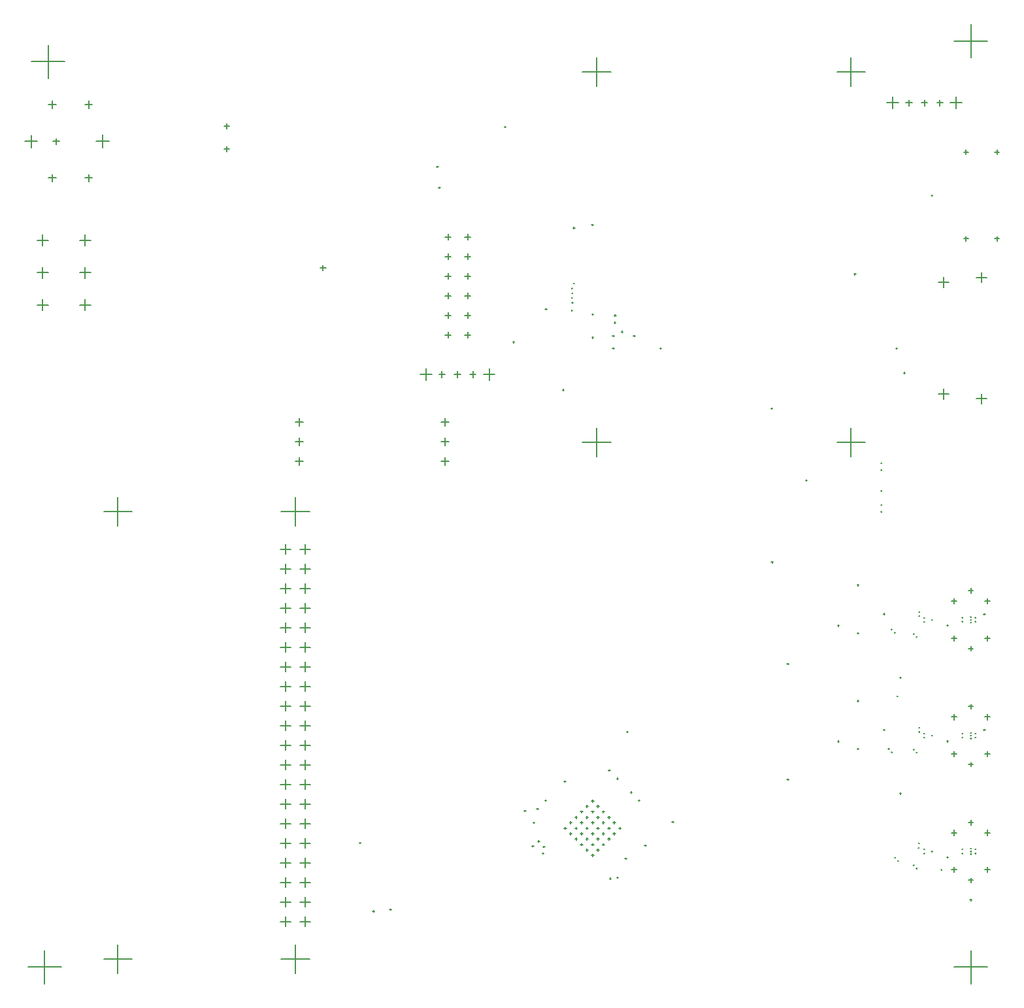
<source format=gbr>
%TF.GenerationSoftware,Altium Limited,Altium Designer,22.2.1 (43)*%
G04 Layer_Color=128*
%FSLAX26Y26*%
%MOIN*%
%TF.SameCoordinates,92DA24ED-A250-4A13-B4DD-B7D196A9CFE6*%
%TF.FilePolarity,Positive*%
%TF.FileFunction,Drillmap*%
%TF.Part,Single*%
G01*
G75*
%TA.AperFunction,NonConductor*%
%ADD201C,0.005000*%
D201*
X6027559Y4896850D02*
X6051181D01*
X6039370Y4885039D02*
Y4908661D01*
X6027559Y5339370D02*
X6051181D01*
X6039370Y5327559D02*
Y5351181D01*
X5870079Y4896850D02*
X5893701D01*
X5881890Y4885039D02*
Y4908661D01*
X5870079Y5339370D02*
X5893701D01*
X5881890Y5327559D02*
Y5351181D01*
X5892520Y3100394D02*
X5918504D01*
X5905512Y3087402D02*
Y3113386D01*
X5894095Y2805118D02*
X5916929D01*
X5905512Y2793701D02*
Y2816535D01*
X5807087Y2858268D02*
X5834646D01*
X5820866Y2844488D02*
Y2872047D01*
X5807087Y3047244D02*
X5834646D01*
X5820866Y3033465D02*
Y3061024D01*
X5976378Y3047244D02*
X6003937D01*
X5990158Y3033465D02*
Y3061024D01*
X5976378Y2858268D02*
X6003937D01*
X5990158Y2844488D02*
Y2872047D01*
X1359252Y4889764D02*
X1416339D01*
X1387795Y4861220D02*
Y4918307D01*
X1359252Y4724409D02*
X1416339D01*
X1387795Y4695866D02*
Y4752953D01*
X1359252Y4559055D02*
X1416339D01*
X1387795Y4530512D02*
Y4587598D01*
X1142717Y4889764D02*
X1199803D01*
X1171260Y4861220D02*
Y4918307D01*
X1142717Y4724409D02*
X1199803D01*
X1171260Y4695866D02*
Y4752953D01*
X1142717Y4559055D02*
X1199803D01*
X1171260Y4530512D02*
Y4587598D01*
X2485276Y1412205D02*
X2536457D01*
X2510866Y1386614D02*
Y1437795D01*
X2385276Y1412205D02*
X2436457D01*
X2410866Y1386614D02*
Y1437795D01*
X2485276Y1512205D02*
X2536457D01*
X2510866Y1486614D02*
Y1537795D01*
X2385276Y1512205D02*
X2436457D01*
X2410866Y1486614D02*
Y1537795D01*
X2485276Y1612205D02*
X2536457D01*
X2510866Y1586614D02*
Y1637795D01*
X2385276Y1612205D02*
X2436457D01*
X2410866Y1586614D02*
Y1637795D01*
X2485276Y1712205D02*
X2536457D01*
X2510866Y1686614D02*
Y1737795D01*
X2385276Y1712205D02*
X2436457D01*
X2410866Y1686614D02*
Y1737795D01*
X2485276Y1812205D02*
X2536457D01*
X2510866Y1786614D02*
Y1837795D01*
X2385276Y1812205D02*
X2436457D01*
X2410866Y1786614D02*
Y1837795D01*
X2485276Y1912205D02*
X2536457D01*
X2510866Y1886614D02*
Y1937795D01*
X2385276Y1912205D02*
X2436457D01*
X2410866Y1886614D02*
Y1937795D01*
X2485276Y2012205D02*
X2536457D01*
X2510866Y1986614D02*
Y2037795D01*
X2385276Y2012205D02*
X2436457D01*
X2410866Y1986614D02*
Y2037795D01*
X2485276Y2112205D02*
X2536457D01*
X2510866Y2086614D02*
Y2137795D01*
X2385276Y2112205D02*
X2436457D01*
X2410866Y2086614D02*
Y2137795D01*
X2485276Y2212205D02*
X2536457D01*
X2510866Y2186614D02*
Y2237795D01*
X2385276Y2212205D02*
X2436457D01*
X2410866Y2186614D02*
Y2237795D01*
X2485276Y2312205D02*
X2536457D01*
X2510866Y2286614D02*
Y2337795D01*
X2385276Y2312205D02*
X2436457D01*
X2410866Y2286614D02*
Y2337795D01*
X2485276Y2412205D02*
X2536457D01*
X2510866Y2386614D02*
Y2437795D01*
X2385276Y2412205D02*
X2436457D01*
X2410866Y2386614D02*
Y2437795D01*
X2485276Y2512205D02*
X2536457D01*
X2510866Y2486614D02*
Y2537795D01*
X2385276Y2512205D02*
X2436457D01*
X2410866Y2486614D02*
Y2537795D01*
X2485276Y2612205D02*
X2536457D01*
X2510866Y2586614D02*
Y2637795D01*
X2385276Y2612205D02*
X2436457D01*
X2410866Y2586614D02*
Y2637795D01*
X2485276Y2712205D02*
X2536457D01*
X2510866Y2686614D02*
Y2737795D01*
X2385276Y2712205D02*
X2436457D01*
X2410866Y2686614D02*
Y2737795D01*
X2485276Y2812205D02*
X2536457D01*
X2510866Y2786614D02*
Y2837795D01*
X2385276Y2812205D02*
X2436457D01*
X2410866Y2786614D02*
Y2837795D01*
X2485276Y2912205D02*
X2536457D01*
X2510866Y2886614D02*
Y2937795D01*
X2385276Y2912205D02*
X2436457D01*
X2410866Y2886614D02*
Y2937795D01*
X2485276Y3012205D02*
X2536457D01*
X2510866Y2986614D02*
Y3037795D01*
X2385276Y3012205D02*
X2436457D01*
X2410866Y2986614D02*
Y3037795D01*
X2485276Y3112205D02*
X2536457D01*
X2510866Y3086614D02*
Y3137795D01*
X2385276Y3112205D02*
X2436457D01*
X2410866Y3086614D02*
Y3137795D01*
X2485276Y3212205D02*
X2536457D01*
X2510866Y3186614D02*
Y3237795D01*
X2385276Y3212205D02*
X2436457D01*
X2410866Y3186614D02*
Y3237795D01*
X2485276Y3312205D02*
X2536457D01*
X2510866Y3286614D02*
Y3337795D01*
X2385276Y3312205D02*
X2436457D01*
X2410866Y3286614D02*
Y3337795D01*
X1385827Y5206693D02*
X1425197D01*
X1405512Y5187008D02*
Y5226378D01*
X1385827Y5580709D02*
X1425197D01*
X1405512Y5561024D02*
Y5600394D01*
X1442913Y5393701D02*
X1509842D01*
X1476378Y5360236D02*
Y5427165D01*
X1224409Y5393701D02*
X1255906D01*
X1240158Y5377953D02*
Y5409449D01*
X1080709Y5393701D02*
X1143701D01*
X1112205Y5362205D02*
Y5425197D01*
X1200787Y5580709D02*
X1240157D01*
X1220472Y5561024D02*
Y5600394D01*
X1200787Y5206693D02*
X1240157D01*
X1220472Y5187008D02*
Y5226378D01*
X5732283Y5590551D02*
X5763779D01*
X5748032Y5574803D02*
Y5606299D01*
X5653543Y5590551D02*
X5685039D01*
X5669291Y5574803D02*
Y5606299D01*
X5574803Y5590551D02*
X5606299D01*
X5590551Y5574803D02*
Y5606299D01*
X5478346Y5590551D02*
X5537401D01*
X5507874Y5561024D02*
Y5620079D01*
X5801181Y5590551D02*
X5860236D01*
X5830709Y5561024D02*
Y5620079D01*
X3204724Y3962205D02*
X3244094D01*
X3224409Y3942520D02*
Y3981890D01*
X3204724Y3862205D02*
X3244094D01*
X3224409Y3842520D02*
Y3881890D01*
X3204724Y3762205D02*
X3244094D01*
X3224409Y3742520D02*
Y3781890D01*
X5820866Y5905512D02*
X5990157D01*
X5905512Y5820866D02*
Y5990157D01*
X5935039Y4080709D02*
X5986221D01*
X5960630Y4055118D02*
Y4106299D01*
X5742126Y4104331D02*
X5793307D01*
X5767717Y4078740D02*
Y4129921D01*
X5935039Y4698819D02*
X5986221D01*
X5960630Y4673228D02*
Y4724409D01*
X5742126Y4675197D02*
X5793307D01*
X5767717Y4649606D02*
Y4700787D01*
X2387795Y3503937D02*
X2533465D01*
X2460630Y3431102D02*
Y3576772D01*
X3324961Y4406299D02*
X3354961D01*
X3339961Y4391299D02*
Y4421299D01*
X3224961Y4406299D02*
X3254961D01*
X3239961Y4391299D02*
Y4421299D01*
X5892520Y1919291D02*
X5918504D01*
X5905512Y1906299D02*
Y1932283D01*
X5894095Y1624016D02*
X5916929D01*
X5905512Y1612598D02*
Y1635433D01*
X5807087Y1677165D02*
X5834646D01*
X5820866Y1663386D02*
Y1690945D01*
X5807087Y1866142D02*
X5834646D01*
X5820866Y1852362D02*
Y1879921D01*
X5976378Y1866142D02*
X6003937D01*
X5990158Y1852362D02*
Y1879921D01*
X5976378Y1677165D02*
X6003937D01*
X5990158Y1663386D02*
Y1690945D01*
X5892520Y2509843D02*
X5918504D01*
X5905512Y2496850D02*
Y2522835D01*
X5894095Y2214567D02*
X5916929D01*
X5905512Y2203150D02*
Y2225984D01*
X5807087Y2267716D02*
X5834646D01*
X5820866Y2253937D02*
Y2281496D01*
X5807087Y2456693D02*
X5834646D01*
X5820866Y2442913D02*
Y2470472D01*
X5976378Y2456693D02*
X6003937D01*
X5990158Y2442913D02*
Y2470472D01*
X5976378Y2267716D02*
X6003937D01*
X5990158Y2253937D02*
Y2281496D01*
X3324961Y4806299D02*
X3354961D01*
X3339961Y4791299D02*
Y4821299D01*
X3224961Y4806299D02*
X3254961D01*
X3239961Y4791299D02*
Y4821299D01*
X3224961Y4906299D02*
X3254961D01*
X3239961Y4891299D02*
Y4921299D01*
X3324961Y4906299D02*
X3354961D01*
X3339961Y4891299D02*
Y4921299D01*
X3324961Y4706299D02*
X3354961D01*
X3339961Y4691299D02*
Y4721299D01*
X3224961Y4706299D02*
X3254961D01*
X3239961Y4691299D02*
Y4721299D01*
X3324961Y4606299D02*
X3354961D01*
X3339961Y4591299D02*
Y4621299D01*
X3224961Y4606299D02*
X3254961D01*
X3239961Y4591299D02*
Y4621299D01*
X3324961Y4506299D02*
X3354961D01*
X3339961Y4491299D02*
Y4521299D01*
X3224961Y4506299D02*
X3254961D01*
X3239961Y4491299D02*
Y4521299D01*
X3192913Y4204724D02*
X3224409D01*
X3208661Y4188976D02*
Y4220472D01*
X3271654Y4204724D02*
X3303150D01*
X3287402Y4188976D02*
Y4220472D01*
X3350394Y4204724D02*
X3381890D01*
X3366142Y4188976D02*
Y4220472D01*
X3419291Y4204724D02*
X3478346D01*
X3448819Y4175197D02*
Y4234252D01*
X3096457Y4204724D02*
X3155512D01*
X3125984Y4175197D02*
Y4234252D01*
X1096457Y1181102D02*
X1265748D01*
X1181102Y1096457D02*
Y1265748D01*
X1115354Y5800000D02*
X1284646D01*
X1200000Y5715354D02*
Y5884646D01*
X5820866Y1181102D02*
X5990157D01*
X5905512Y1096457D02*
Y1265748D01*
X2460630Y3962205D02*
X2500000D01*
X2480315Y3942520D02*
Y3981890D01*
X2460630Y3862205D02*
X2500000D01*
X2480315Y3842520D02*
Y3881890D01*
X2460630Y3762205D02*
X2500000D01*
X2480315Y3742520D02*
Y3781890D01*
X3923228Y3858268D02*
X4068898D01*
X3996063Y3785433D02*
Y3931102D01*
X5222441Y3858268D02*
X5368110D01*
X5295276Y3785433D02*
Y3931102D01*
X3923228Y5748032D02*
X4068898D01*
X3996063Y5675197D02*
Y5820866D01*
X5222441Y5748032D02*
X5368110D01*
X5295276Y5675197D02*
Y5820866D01*
X1482284Y3503937D02*
X1627953D01*
X1555118Y3431102D02*
Y3576772D01*
X2387795Y1220472D02*
X2533465D01*
X2460630Y1147638D02*
Y1293307D01*
X1482284Y1220472D02*
X1627953D01*
X1555118Y1147638D02*
Y1293307D01*
X3914795Y1973280D02*
X3926606D01*
X3920700Y1967375D02*
Y1979186D01*
X3942634Y2001119D02*
X3954445D01*
X3948539Y1995214D02*
Y2007025D01*
X3970472Y2028958D02*
X3982284D01*
X3976378Y2023053D02*
Y2034864D01*
X3998311Y2001119D02*
X4010122D01*
X4004217Y1995214D02*
Y2007025D01*
X3970472Y1973280D02*
X3982284D01*
X3976378Y1967375D02*
Y1979186D01*
X3942634Y1945441D02*
X3954445D01*
X3948539Y1939536D02*
Y1951347D01*
X4109667Y1889764D02*
X4121478D01*
X4115572Y1883858D02*
Y1895669D01*
X4081828Y1861925D02*
X4093639D01*
X4087733Y1856019D02*
Y1867830D01*
X4053989Y1834086D02*
X4065800D01*
X4059894Y1828181D02*
Y1839992D01*
X4081828Y1917603D02*
X4093639D01*
X4087733Y1911697D02*
Y1923508D01*
X4053989Y1889764D02*
X4065800D01*
X4059894Y1883858D02*
Y1895669D01*
X4026150Y1861925D02*
X4037961D01*
X4032056Y1856019D02*
Y1867830D01*
X4053989Y1945441D02*
X4065800D01*
X4059894Y1939536D02*
Y1951347D01*
X4026150Y1917603D02*
X4037961D01*
X4032056Y1911697D02*
Y1923508D01*
X3998311Y1889764D02*
X4010122D01*
X4004217Y1883858D02*
Y1895669D01*
X4026150Y1973280D02*
X4037961D01*
X4032056Y1967375D02*
Y1979186D01*
X3998311Y1945441D02*
X4010122D01*
X4004217Y1939536D02*
Y1951347D01*
X3970472Y1917603D02*
X3982284D01*
X3976378Y1911697D02*
Y1923508D01*
X4026150Y1806247D02*
X4037961D01*
X4032056Y1800342D02*
Y1812153D01*
X3998311Y1778408D02*
X4010122D01*
X4004217Y1772503D02*
Y1784314D01*
X3970472Y1750570D02*
X3982284D01*
X3976378Y1744664D02*
Y1756475D01*
X3942634Y1778408D02*
X3954445D01*
X3948539Y1772503D02*
Y1784314D01*
X3970472Y1806247D02*
X3982284D01*
X3976378Y1800342D02*
Y1812153D01*
X3998311Y1834086D02*
X4010122D01*
X4004217Y1828181D02*
Y1839992D01*
X3831278Y1889764D02*
X3843089D01*
X3837184Y1883858D02*
Y1895669D01*
X3859117Y1917603D02*
X3870928D01*
X3865023Y1911697D02*
Y1923508D01*
X3886956Y1945441D02*
X3898767D01*
X3892861Y1939536D02*
Y1951347D01*
X3859117Y1861925D02*
X3870928D01*
X3865023Y1856019D02*
Y1867830D01*
X3886956Y1889764D02*
X3898767D01*
X3892861Y1883858D02*
Y1895669D01*
X3914795Y1917603D02*
X3926606D01*
X3920700Y1911697D02*
Y1923508D01*
X3886956Y1834086D02*
X3898767D01*
X3892861Y1828181D02*
Y1839992D01*
X3914795Y1861925D02*
X3926606D01*
X3920700Y1856019D02*
Y1867830D01*
X3942634Y1889764D02*
X3954445D01*
X3948539Y1883858D02*
Y1895669D01*
X3914795Y1806247D02*
X3926606D01*
X3920700Y1800342D02*
Y1812153D01*
X3942634Y1834086D02*
X3954445D01*
X3948539Y1828181D02*
Y1839992D01*
X3970472Y1861925D02*
X3982284D01*
X3976378Y1856020D02*
Y1867831D01*
X5517353Y1738553D02*
X5521290D01*
X5519322Y1736584D02*
Y1740521D01*
X5533360Y1722545D02*
X5537297D01*
X5535329Y1720577D02*
Y1724514D01*
X5485365Y2293179D02*
X5489302D01*
X5487333Y2291210D02*
Y2295147D01*
X5501372Y2277171D02*
X5505309D01*
X5503341Y2275203D02*
Y2279140D01*
X5500128Y2903415D02*
X5504065D01*
X5502097Y2901446D02*
Y2905383D01*
X5516136Y2887407D02*
X5520073D01*
X5518104Y2885439D02*
Y2889376D01*
X5529032Y2563000D02*
X5532968D01*
X5531000Y2561032D02*
Y2564968D01*
X4888079Y3247000D02*
X4897921D01*
X4893000Y3242079D02*
Y3251921D01*
X3870032Y4596000D02*
X3873968D01*
X3872000Y4594032D02*
Y4597968D01*
X3871032Y4619000D02*
X3874968D01*
X3873000Y4617032D02*
Y4620968D01*
X5861032Y1761024D02*
X5864968D01*
X5863000Y1759055D02*
Y1762992D01*
X5861032Y1782614D02*
X5864968D01*
X5863000Y1780646D02*
Y1784583D01*
X5928032Y1761614D02*
X5931968D01*
X5930000Y1759646D02*
Y1763583D01*
X5928032Y1782480D02*
X5931968D01*
X5930000Y1780512D02*
Y1784449D01*
X5861032Y2352165D02*
X5864968D01*
X5863000Y2350197D02*
Y2354134D01*
X5861032Y2373032D02*
X5864968D01*
X5863000Y2371063D02*
Y2375000D01*
X5928032Y2352165D02*
X5931968D01*
X5930000Y2350197D02*
Y2354134D01*
X5928032Y2373032D02*
X5931968D01*
X5930000Y2371063D02*
Y2375000D01*
X5928032Y2964488D02*
X5931968D01*
X5930000Y2962520D02*
Y2966457D01*
X5928032Y2943780D02*
X5931968D01*
X5930000Y2941811D02*
Y2945748D01*
X5861032Y2964488D02*
X5864968D01*
X5863000Y2962520D02*
Y2966457D01*
X5861032Y2943780D02*
X5864968D01*
X5863000Y2941811D02*
Y2945748D01*
X5564063Y4213000D02*
X5571937D01*
X5568000Y4209063D02*
Y4216937D01*
X3191063Y5158000D02*
X3198937D01*
X3195000Y5154063D02*
Y5161937D01*
X3869908Y4644486D02*
X3873845D01*
X3871877Y4642517D02*
Y4646454D01*
X3871679Y4569883D02*
X3875616D01*
X3873648Y4567915D02*
Y4571852D01*
X3869490Y4531705D02*
X3873427D01*
X3871458Y4529736D02*
Y4533673D01*
X2855063Y1466000D02*
X2862937D01*
X2859000Y1462063D02*
Y1469937D01*
X2786063Y1815000D02*
X2793937D01*
X2790000Y1811063D02*
Y1818937D01*
X2942063Y1474000D02*
X2949937D01*
X2946000Y1470063D02*
Y1477937D01*
X5640235Y2381299D02*
X5644172D01*
X5642204Y2379331D02*
Y2383268D01*
X5640235Y2402165D02*
X5644172D01*
X5642204Y2400197D02*
Y2404134D01*
X5627362Y1684646D02*
X5631299D01*
X5629331Y1682677D02*
Y1686614D01*
X5612756Y1699803D02*
X5616693D01*
X5614724Y1697835D02*
Y1701772D01*
X5627283Y2275276D02*
X5631221D01*
X5629252Y2273307D02*
Y2277244D01*
X5612835Y2290276D02*
X5616772D01*
X5614803Y2288307D02*
Y2292244D01*
X5666709Y1760630D02*
X5670646D01*
X5668678Y1758661D02*
Y1762598D01*
X5666709Y1782677D02*
X5670646D01*
X5668678Y1780709D02*
Y1784646D01*
X5666709Y2351968D02*
X5670646D01*
X5668678Y2350000D02*
Y2353937D01*
X5666709Y2372835D02*
X5670646D01*
X5668678Y2370866D02*
Y2374803D01*
X5638032Y1789764D02*
X5641968D01*
X5640000Y1787795D02*
Y1791732D01*
X5639018Y1812205D02*
X5642955D01*
X5640986Y1810236D02*
Y1814173D01*
X5666709Y2962795D02*
X5670646D01*
X5668678Y2960827D02*
Y2964764D01*
X5666709Y2941929D02*
X5670646D01*
X5668678Y2939961D02*
Y2943898D01*
X5612756Y2880905D02*
X5616693D01*
X5614724Y2878937D02*
Y2882874D01*
X5627362Y2865748D02*
X5631299D01*
X5629331Y2863780D02*
Y2867716D01*
X5640235Y2993110D02*
X5644172D01*
X5642204Y2991142D02*
Y2995079D01*
X5640235Y2972244D02*
X5644172D01*
X5642204Y2970276D02*
Y2974213D01*
X3668063Y1798000D02*
X3675937D01*
X3672000Y1794063D02*
Y1801937D01*
X2588000Y4749000D02*
X2616000D01*
X2602000Y4735000D02*
Y4763000D01*
X4242063Y1801000D02*
X4249937D01*
X4246000Y1797063D02*
Y1804937D01*
X5227063Y2923551D02*
X5234937D01*
X5231000Y2919614D02*
Y2927488D01*
X5227063Y2333000D02*
X5234937D01*
X5231000Y2329063D02*
Y2336937D01*
X3527559Y5468504D02*
X3535433D01*
X3531496Y5464567D02*
Y5472441D01*
X3181102Y5263779D02*
X3188976D01*
X3185039Y5259842D02*
Y5267717D01*
X3697835Y1822835D02*
X3705709D01*
X3701772Y1818898D02*
Y1826772D01*
X5311024Y4716535D02*
X5318898D01*
X5314961Y4712598D02*
Y4720472D01*
X5523622Y4338583D02*
X5531496D01*
X5527559Y4334646D02*
Y4342520D01*
X5901575Y1523622D02*
X5909449D01*
X5905512Y1519685D02*
Y1527559D01*
X5753937Y1677165D02*
X5757874D01*
X5755905Y1675197D02*
Y1679134D01*
X5785433Y1740158D02*
X5789370D01*
X5787402Y1738189D02*
Y1742126D01*
X5062992Y3665354D02*
X5070866D01*
X5066929Y3661417D02*
Y3669291D01*
X4885827Y4031496D02*
X4893701D01*
X4889764Y4027559D02*
Y4035433D01*
X3879921Y4669291D02*
X3883858D01*
X3881890Y4667323D02*
Y4671260D01*
X5446850Y3751968D02*
X5450787D01*
X5448819Y3750000D02*
Y3753937D01*
X5446850Y3716535D02*
X5450787D01*
X5448819Y3714567D02*
Y3718504D01*
X5446850Y3610236D02*
X5450787D01*
X5448819Y3608268D02*
Y3612205D01*
X5446850Y3539370D02*
X5450787D01*
X5448819Y3537402D02*
Y3541339D01*
X5446850Y3503937D02*
X5450787D01*
X5448819Y3501968D02*
Y3505905D01*
X5706693Y1771653D02*
X5710630D01*
X5708661Y1769685D02*
Y1773622D01*
X5706693Y2952756D02*
X5710630D01*
X5708661Y2950787D02*
Y2954724D01*
X5706693Y2362205D02*
X5710630D01*
X5708661Y2360236D02*
Y2364173D01*
X5706693Y5118110D02*
X5710630D01*
X5708661Y5116142D02*
Y5120079D01*
X3877953Y4952756D02*
X3885827D01*
X3881890Y4948819D02*
Y4956693D01*
X3735236Y4537402D02*
X3743110D01*
X3739173Y4533465D02*
Y4541339D01*
X3570866Y4370079D02*
X3578740D01*
X3574803Y4366142D02*
Y4374016D01*
X4123197Y4423000D02*
X4131071D01*
X4127134Y4419063D02*
Y4426937D01*
X3822835Y4125984D02*
X3830709D01*
X3826772Y4122047D02*
Y4129921D01*
X3972441Y4393701D02*
X3980315D01*
X3976378Y4389764D02*
Y4397638D01*
X4381890Y1921260D02*
X4389764D01*
X4385827Y1917323D02*
Y1925197D01*
X5326772Y2295276D02*
X5334646D01*
X5330709Y2291339D02*
Y2299213D01*
X5326772Y2885827D02*
X5334646D01*
X5330709Y2881890D02*
Y2889764D01*
X5326772Y3129921D02*
X5334646D01*
X5330709Y3125984D02*
Y3133858D01*
X5326772Y2539370D02*
X5334646D01*
X5330709Y2535433D02*
Y2543307D01*
X5543307Y2066929D02*
X5551181D01*
X5547244Y2062992D02*
Y2070866D01*
X4968504Y2137795D02*
X4976378D01*
X4972441Y2133858D02*
Y2141732D01*
X4968504Y2728347D02*
X4976378D01*
X4972441Y2724410D02*
Y2732284D01*
X5543307Y2657480D02*
X5551181D01*
X5547244Y2653543D02*
Y2661417D01*
X4078740Y4338583D02*
X4086614D01*
X4082677Y4334646D02*
Y4342520D01*
X4318898Y4338583D02*
X4326772D01*
X4322835Y4334646D02*
Y4342520D01*
X4078740Y4401575D02*
X4086614D01*
X4082677Y4397638D02*
Y4405512D01*
X4185039Y4401575D02*
X4192913D01*
X4188976Y4397638D02*
Y4405512D01*
X2096236Y5472441D02*
X2124236D01*
X2110236Y5458441D02*
Y5486441D01*
X2096236Y5354331D02*
X2124236D01*
X2110236Y5340331D02*
Y5368331D01*
X4149606Y2381890D02*
X4157480D01*
X4153543Y2377953D02*
Y2385827D01*
X3627953Y1978347D02*
X3635827D01*
X3631890Y1974409D02*
Y1982284D01*
X3673228Y1917323D02*
X3681102D01*
X3677165Y1913386D02*
Y1921260D01*
X3724410Y1795276D02*
X3732284D01*
X3728347Y1791339D02*
Y1799213D01*
X3720141Y1762205D02*
X3728015D01*
X3724078Y1758268D02*
Y1766142D01*
X4062992Y1632953D02*
X4070866D01*
X4066929Y1629016D02*
Y1636890D01*
X4142063Y1734000D02*
X4149937D01*
X4146000Y1730063D02*
Y1737937D01*
X3830963Y2128144D02*
X3838837D01*
X3834900Y2124207D02*
Y2132081D01*
X3733527Y2030708D02*
X3741401D01*
X3737464Y2026771D02*
Y2034645D01*
X3691769Y1988950D02*
X3699643D01*
X3695706Y1985013D02*
Y1992887D01*
X4099999Y1637464D02*
X4107873D01*
X4103936Y1633527D02*
Y1641401D01*
X4210821Y2031242D02*
X4218695D01*
X4214758Y2027305D02*
Y2035179D01*
X4057708Y2184355D02*
X4065582D01*
X4061645Y2180418D02*
Y2188292D01*
X4099466Y2142597D02*
X4107340D01*
X4103403Y2138660D02*
Y2146534D01*
X4169063Y2073000D02*
X4176937D01*
X4173000Y2069063D02*
Y2076937D01*
X5784063Y2924102D02*
X5791937D01*
X5788000Y2920165D02*
Y2928039D01*
X5971063Y2982102D02*
X5978937D01*
X5975000Y2978165D02*
Y2986039D01*
X5460063Y2982551D02*
X5467937D01*
X5464000Y2978614D02*
Y2986488D01*
X5460063Y2392000D02*
X5467937D01*
X5464000Y2388063D02*
Y2395937D01*
X5903543Y1771653D02*
X5907480D01*
X5905512Y1769685D02*
Y1773622D01*
X5903543Y1757874D02*
X5907480D01*
X5905512Y1755906D02*
Y1759842D01*
X5903543Y1785433D02*
X5907480D01*
X5905512Y1783465D02*
Y1787402D01*
X5903543Y2952756D02*
X5907480D01*
X5905512Y2950787D02*
Y2954724D01*
X5903543Y2938976D02*
X5907480D01*
X5905512Y2937008D02*
Y2940945D01*
X5903543Y2966535D02*
X5907480D01*
X5905512Y2964567D02*
Y2968504D01*
X5903543Y2375984D02*
X5907480D01*
X5905512Y2374016D02*
Y2377953D01*
X5903543Y2348425D02*
X5907480D01*
X5905512Y2346457D02*
Y2350394D01*
X5903543Y2362205D02*
X5907480D01*
X5905512Y2360236D02*
Y2364173D01*
X4088119Y4506229D02*
X4095993D01*
X4092056Y4502292D02*
Y4510166D01*
X4087476Y4469413D02*
X4095350D01*
X4091413Y4465476D02*
Y4473350D01*
X3973063Y4512000D02*
X3980937D01*
X3977000Y4508063D02*
Y4515937D01*
X3972063Y4968000D02*
X3979937D01*
X3976000Y4964063D02*
Y4971937D01*
X5971063Y2391551D02*
X5978937D01*
X5975000Y2387614D02*
Y2395488D01*
X5784063Y2333551D02*
X5791937D01*
X5788000Y2329614D02*
Y2337488D01*
%TF.MD5,078ae6ca7f775642195bfa10460054e2*%
M02*

</source>
